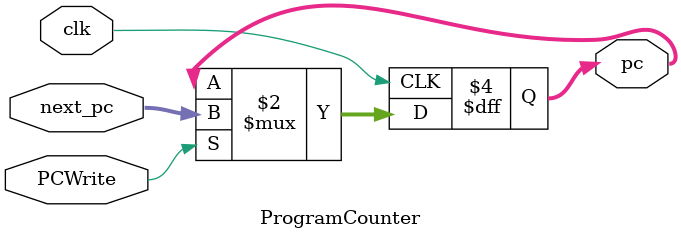
<source format=v>
module ProgramCounter(
  input PCWrite,
  input [31:0] next_pc,
  input clk,
  output reg [31:0] pc);
  

  always @ (posedge clk)
    if(PCWrite)
      pc <= next_pc;
    
  
      
endmodule
      
//VERIFY
</source>
